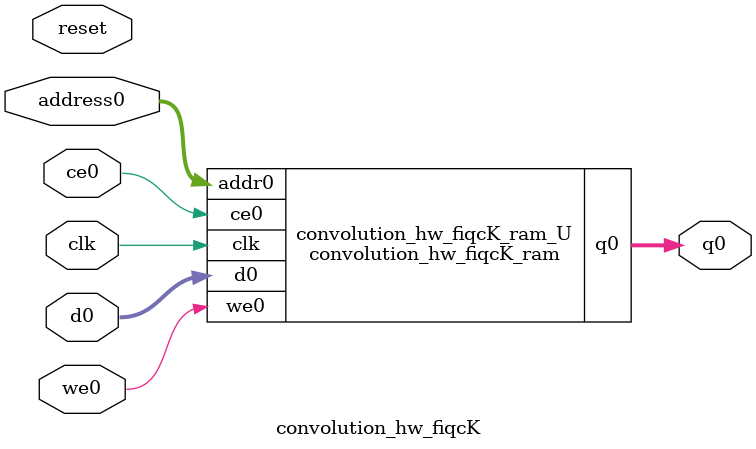
<source format=v>
`timescale 1 ns / 1 ps
module convolution_hw_fiqcK_ram (addr0, ce0, d0, we0, q0,  clk);

parameter DWIDTH = 32;
parameter AWIDTH = 3;
parameter MEM_SIZE = 6;

input[AWIDTH-1:0] addr0;
input ce0;
input[DWIDTH-1:0] d0;
input we0;
output reg[DWIDTH-1:0] q0;
input clk;

(* ram_style = "distributed" *)reg [DWIDTH-1:0] ram[0:MEM_SIZE-1];




always @(posedge clk)  
begin 
    if (ce0) begin
        if (we0) 
            ram[addr0] <= d0; 
        q0 <= ram[addr0];
    end
end


endmodule

`timescale 1 ns / 1 ps
module convolution_hw_fiqcK(
    reset,
    clk,
    address0,
    ce0,
    we0,
    d0,
    q0);

parameter DataWidth = 32'd32;
parameter AddressRange = 32'd6;
parameter AddressWidth = 32'd3;
input reset;
input clk;
input[AddressWidth - 1:0] address0;
input ce0;
input we0;
input[DataWidth - 1:0] d0;
output[DataWidth - 1:0] q0;



convolution_hw_fiqcK_ram convolution_hw_fiqcK_ram_U(
    .clk( clk ),
    .addr0( address0 ),
    .ce0( ce0 ),
    .we0( we0 ),
    .d0( d0 ),
    .q0( q0 ));

endmodule


</source>
